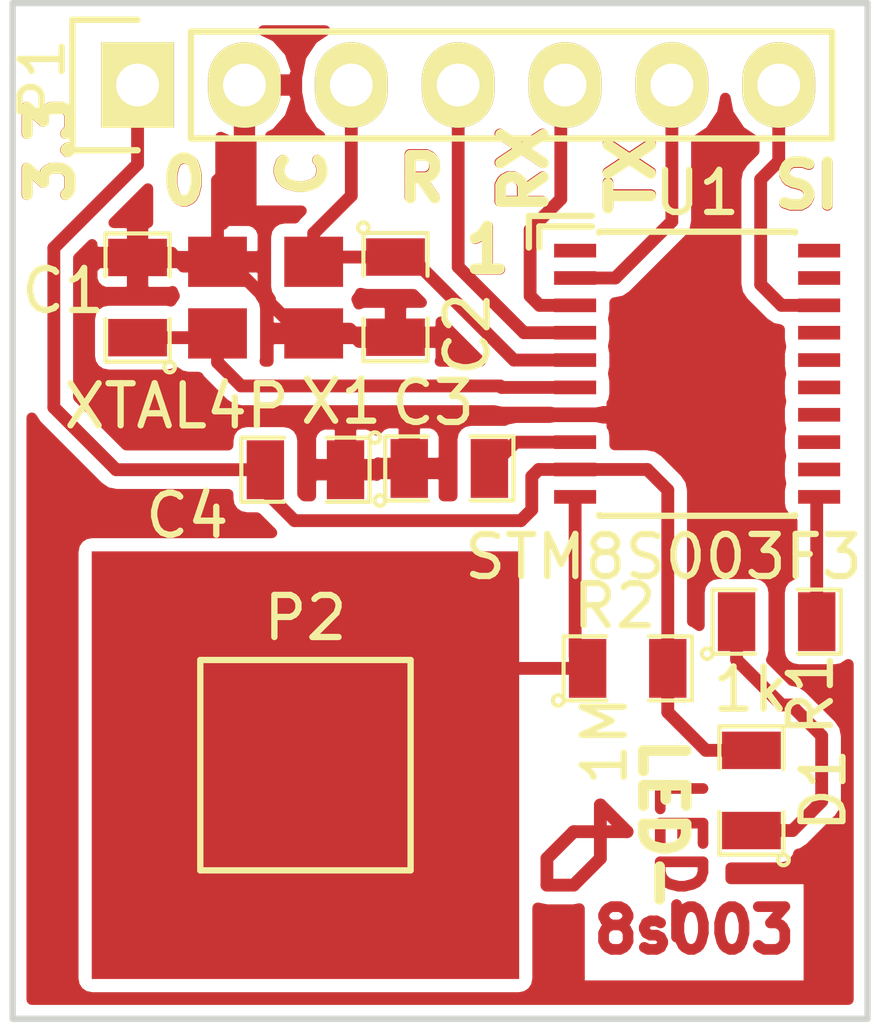
<source format=kicad_pcb>
(kicad_pcb (version 4) (host pcbnew 4.0.7-e0-6372~58~ubuntu16.04.1)

  (general
    (links 25)
    (no_connects 0)
    (area 29.5902 10.031866 51.289086 37.500001)
    (thickness 1.6)
    (drawings 23)
    (tracks 98)
    (zones 0)
    (modules 11)
    (nets 13)
  )

  (page User 140.005 119.99)
  (layers
    (0 F.Cu signal)
    (31 B.Cu signal)
    (32 B.Adhes user)
    (33 F.Adhes user)
    (34 B.Paste user)
    (35 F.Paste user)
    (36 B.SilkS user)
    (37 F.SilkS user)
    (38 B.Mask user)
    (39 F.Mask user)
    (40 Dwgs.User user)
    (41 Cmts.User user)
    (42 Eco1.User user)
    (43 Eco2.User user)
    (44 Edge.Cuts user)
    (45 Margin user)
    (46 B.CrtYd user)
    (47 F.CrtYd user)
    (48 B.Fab user)
    (49 F.Fab user)
  )

  (setup
    (last_trace_width 0.3048)
    (trace_clearance 0.3048)
    (zone_clearance 0.254)
    (zone_45_only no)
    (trace_min 0.2)
    (segment_width 0.2)
    (edge_width 0.15)
    (via_size 0.6)
    (via_drill 0.4)
    (via_min_size 0.4)
    (via_min_drill 0.3)
    (uvia_size 0.3)
    (uvia_drill 0.1)
    (uvias_allowed no)
    (uvia_min_size 0)
    (uvia_min_drill 0)
    (pcb_text_width 0.3)
    (pcb_text_size 1.016 1.016)
    (mod_edge_width 0.15)
    (mod_text_size 1 1)
    (mod_text_width 0.15)
    (pad_size 10.16 10.16)
    (pad_drill 0)
    (pad_to_mask_clearance 0.2)
    (aux_axis_origin 0 0)
    (visible_elements FFFFFF7F)
    (pcbplotparams
      (layerselection 0x010a8_00000001)
      (usegerberextensions true)
      (excludeedgelayer false)
      (linewidth 0.100000)
      (plotframeref false)
      (viasonmask false)
      (mode 1)
      (useauxorigin false)
      (hpglpennumber 1)
      (hpglpenspeed 20)
      (hpglpendiameter 15)
      (hpglpenoverlay 2)
      (psnegative false)
      (psa4output false)
      (plotreference true)
      (plotvalue true)
      (plotinvisibletext false)
      (padsonsilk false)
      (subtractmaskfromsilk false)
      (outputformat 1)
      (mirror false)
      (drillshape 0)
      (scaleselection 1)
      (outputdirectory stm8s003-rev-))
  )

  (net 0 "")
  (net 1 "Net-(C1-Pad1)")
  (net 2 GND)
  (net 3 "Net-(C2-Pad1)")
  (net 4 "Net-(C3-Pad2)")
  (net 5 +3V3)
  (net 6 "Net-(D1-Pad1)")
  (net 7 "Net-(P1-Pad4)")
  (net 8 "Net-(P1-Pad5)")
  (net 9 "Net-(P1-Pad6)")
  (net 10 "Net-(R1-Pad2)")
  (net 11 "Net-(P2-Pad1)")
  (net 12 "Net-(P1-Pad7)")

  (net_class Default "This is the default net class."
    (clearance 0.3048)
    (trace_width 0.3048)
    (via_dia 0.6)
    (via_drill 0.4)
    (uvia_dia 0.3)
    (uvia_drill 0.1)
    (add_net +3V3)
    (add_net GND)
    (add_net "Net-(C1-Pad1)")
    (add_net "Net-(C2-Pad1)")
    (add_net "Net-(C3-Pad2)")
    (add_net "Net-(D1-Pad1)")
    (add_net "Net-(P1-Pad4)")
    (add_net "Net-(P1-Pad5)")
    (add_net "Net-(P1-Pad6)")
    (add_net "Net-(P1-Pad7)")
    (add_net "Net-(P2-Pad1)")
    (add_net "Net-(R1-Pad2)")
  )

  (module SM0805 (layer F.Cu) (tedit 59B76C74) (tstamp 5988407B)
    (at 33.77 20.22 90)
    (path /5984D2D5)
    (attr smd)
    (fp_text reference C1 (at 0.16 -1.77 180) (layer F.SilkS)
      (effects (font (size 1 1) (thickness 0.15)))
    )
    (fp_text value C (at -0.55 1.72 180) (layer Eco2.User)
      (effects (font (size 1 1) (thickness 0.15)))
    )
    (fp_circle (center -1.651 0.762) (end -1.651 0.635) (layer F.SilkS) (width 0.09906))
    (fp_line (start -0.508 0.762) (end -1.524 0.762) (layer F.SilkS) (width 0.09906))
    (fp_line (start -1.524 0.762) (end -1.524 -0.762) (layer F.SilkS) (width 0.09906))
    (fp_line (start -1.524 -0.762) (end -0.508 -0.762) (layer F.SilkS) (width 0.09906))
    (fp_line (start 0.508 -0.762) (end 1.524 -0.762) (layer F.SilkS) (width 0.09906))
    (fp_line (start 1.524 -0.762) (end 1.524 0.762) (layer F.SilkS) (width 0.09906))
    (fp_line (start 1.524 0.762) (end 0.508 0.762) (layer F.SilkS) (width 0.09906))
    (pad 1 smd rect (at -0.9525 0 90) (size 0.889 1.397) (layers F.Cu F.Paste F.Mask)
      (net 1 "Net-(C1-Pad1)"))
    (pad 2 smd rect (at 0.9525 0 90) (size 0.889 1.397) (layers F.Cu F.Paste F.Mask)
      (net 2 GND))
    (model smd/chip_cms.wrl
      (at (xyz 0 0 0))
      (scale (xyz 0.1 0.1 0.1))
      (rotate (xyz 0 0 0))
    )
  )

  (module SM0805 (layer F.Cu) (tedit 59B76C77) (tstamp 59884088)
    (at 39.9 20.21 270)
    (path /5984D1F3)
    (attr smd)
    (fp_text reference C2 (at 0.88 -1.71 450) (layer F.SilkS)
      (effects (font (size 1 1) (thickness 0.15)))
    )
    (fp_text value C (at -0.55 1.72 360) (layer Eco2.User)
      (effects (font (size 1 1) (thickness 0.15)))
    )
    (fp_circle (center -1.651 0.762) (end -1.651 0.635) (layer F.SilkS) (width 0.09906))
    (fp_line (start -0.508 0.762) (end -1.524 0.762) (layer F.SilkS) (width 0.09906))
    (fp_line (start -1.524 0.762) (end -1.524 -0.762) (layer F.SilkS) (width 0.09906))
    (fp_line (start -1.524 -0.762) (end -0.508 -0.762) (layer F.SilkS) (width 0.09906))
    (fp_line (start 0.508 -0.762) (end 1.524 -0.762) (layer F.SilkS) (width 0.09906))
    (fp_line (start 1.524 -0.762) (end 1.524 0.762) (layer F.SilkS) (width 0.09906))
    (fp_line (start 1.524 0.762) (end 0.508 0.762) (layer F.SilkS) (width 0.09906))
    (pad 1 smd rect (at -0.9525 0 270) (size 0.889 1.397) (layers F.Cu F.Paste F.Mask)
      (net 3 "Net-(C2-Pad1)"))
    (pad 2 smd rect (at 0.9525 0 270) (size 0.889 1.397) (layers F.Cu F.Paste F.Mask)
      (net 2 GND))
    (model smd/chip_cms.wrl
      (at (xyz 0 0 0))
      (scale (xyz 0.1 0.1 0.1))
      (rotate (xyz 0 0 0))
    )
  )

  (module SM0805 (layer F.Cu) (tedit 59B76C7F) (tstamp 59884095)
    (at 41.18 24.28)
    (path /5984CEB5)
    (attr smd)
    (fp_text reference C3 (at -0.39 -1.56 180) (layer F.SilkS)
      (effects (font (size 1 1) (thickness 0.15)))
    )
    (fp_text value C (at -0.55 1.72 90) (layer Eco2.User)
      (effects (font (size 1 1) (thickness 0.15)))
    )
    (fp_circle (center -1.651 0.762) (end -1.651 0.635) (layer F.SilkS) (width 0.09906))
    (fp_line (start -0.508 0.762) (end -1.524 0.762) (layer F.SilkS) (width 0.09906))
    (fp_line (start -1.524 0.762) (end -1.524 -0.762) (layer F.SilkS) (width 0.09906))
    (fp_line (start -1.524 -0.762) (end -0.508 -0.762) (layer F.SilkS) (width 0.09906))
    (fp_line (start 0.508 -0.762) (end 1.524 -0.762) (layer F.SilkS) (width 0.09906))
    (fp_line (start 1.524 -0.762) (end 1.524 0.762) (layer F.SilkS) (width 0.09906))
    (fp_line (start 1.524 0.762) (end 0.508 0.762) (layer F.SilkS) (width 0.09906))
    (pad 1 smd rect (at -0.9525 0) (size 0.889 1.397) (layers F.Cu F.Paste F.Mask)
      (net 2 GND))
    (pad 2 smd rect (at 0.9525 0) (size 0.889 1.397) (layers F.Cu F.Paste F.Mask)
      (net 4 "Net-(C3-Pad2)"))
    (model smd/chip_cms.wrl
      (at (xyz 0 0 0))
      (scale (xyz 0.1 0.1 0.1))
      (rotate (xyz 0 0 0))
    )
  )

  (module SM0805 (layer F.Cu) (tedit 59B76C7B) (tstamp 598840A2)
    (at 37.76 24.31 180)
    (path /5984CF46)
    (attr smd)
    (fp_text reference C4 (at 2.81 -1.09 360) (layer F.SilkS)
      (effects (font (size 1 1) (thickness 0.15)))
    )
    (fp_text value C (at -0.55 1.72 270) (layer Eco2.User)
      (effects (font (size 1 1) (thickness 0.15)))
    )
    (fp_circle (center -1.651 0.762) (end -1.651 0.635) (layer F.SilkS) (width 0.09906))
    (fp_line (start -0.508 0.762) (end -1.524 0.762) (layer F.SilkS) (width 0.09906))
    (fp_line (start -1.524 0.762) (end -1.524 -0.762) (layer F.SilkS) (width 0.09906))
    (fp_line (start -1.524 -0.762) (end -0.508 -0.762) (layer F.SilkS) (width 0.09906))
    (fp_line (start 0.508 -0.762) (end 1.524 -0.762) (layer F.SilkS) (width 0.09906))
    (fp_line (start 1.524 -0.762) (end 1.524 0.762) (layer F.SilkS) (width 0.09906))
    (fp_line (start 1.524 0.762) (end 0.508 0.762) (layer F.SilkS) (width 0.09906))
    (pad 1 smd rect (at -0.9525 0 180) (size 0.889 1.397) (layers F.Cu F.Paste F.Mask)
      (net 2 GND))
    (pad 2 smd rect (at 0.9525 0 180) (size 0.889 1.397) (layers F.Cu F.Paste F.Mask)
      (net 5 +3V3))
    (model smd/chip_cms.wrl
      (at (xyz 0 0 0))
      (scale (xyz 0.1 0.1 0.1))
      (rotate (xyz 0 0 0))
    )
  )

  (module SM0805 (layer F.Cu) (tedit 59B76CD2) (tstamp 598840AF)
    (at 48.36 31.93 90)
    (path /5984DA01)
    (attr smd)
    (fp_text reference D1 (at 0.01 1.71 270) (layer F.SilkS)
      (effects (font (size 1 1) (thickness 0.15)))
    )
    (fp_text value LED (at -1.15 -1.75 90) (layer F.SilkS) hide
      (effects (font (size 1 1) (thickness 0.15)))
    )
    (fp_circle (center -1.651 0.762) (end -1.651 0.635) (layer F.SilkS) (width 0.09906))
    (fp_line (start -0.508 0.762) (end -1.524 0.762) (layer F.SilkS) (width 0.09906))
    (fp_line (start -1.524 0.762) (end -1.524 -0.762) (layer F.SilkS) (width 0.09906))
    (fp_line (start -1.524 -0.762) (end -0.508 -0.762) (layer F.SilkS) (width 0.09906))
    (fp_line (start 0.508 -0.762) (end 1.524 -0.762) (layer F.SilkS) (width 0.09906))
    (fp_line (start 1.524 -0.762) (end 1.524 0.762) (layer F.SilkS) (width 0.09906))
    (fp_line (start 1.524 0.762) (end 0.508 0.762) (layer F.SilkS) (width 0.09906))
    (pad 1 smd rect (at -0.9525 0 90) (size 0.889 1.397) (layers F.Cu F.Paste F.Mask)
      (net 6 "Net-(D1-Pad1)"))
    (pad 2 smd rect (at 0.9525 0 90) (size 0.889 1.397) (layers F.Cu F.Paste F.Mask)
      (net 5 +3V3))
    (model smd/chip_cms.wrl
      (at (xyz 0 0 0))
      (scale (xyz 0.1 0.1 0.1))
      (rotate (xyz 0 0 0))
    )
  )

  (module SM0805 (layer F.Cu) (tedit 59B76CDA) (tstamp 598840D1)
    (at 48.96 27.92)
    (path /5984D6FC)
    (attr smd)
    (fp_text reference R1 (at 0.81 1.72 90) (layer F.SilkS)
      (effects (font (size 1 1) (thickness 0.15)))
    )
    (fp_text value 1k (at -0.62 1.61 180) (layer F.SilkS)
      (effects (font (size 1 1) (thickness 0.15)))
    )
    (fp_circle (center -1.651 0.762) (end -1.651 0.635) (layer F.SilkS) (width 0.09906))
    (fp_line (start -0.508 0.762) (end -1.524 0.762) (layer F.SilkS) (width 0.09906))
    (fp_line (start -1.524 0.762) (end -1.524 -0.762) (layer F.SilkS) (width 0.09906))
    (fp_line (start -1.524 -0.762) (end -0.508 -0.762) (layer F.SilkS) (width 0.09906))
    (fp_line (start 0.508 -0.762) (end 1.524 -0.762) (layer F.SilkS) (width 0.09906))
    (fp_line (start 1.524 -0.762) (end 1.524 0.762) (layer F.SilkS) (width 0.09906))
    (fp_line (start 1.524 0.762) (end 0.508 0.762) (layer F.SilkS) (width 0.09906))
    (pad 1 smd rect (at -0.9525 0) (size 0.889 1.397) (layers F.Cu F.Paste F.Mask)
      (net 6 "Net-(D1-Pad1)"))
    (pad 2 smd rect (at 0.9525 0) (size 0.889 1.397) (layers F.Cu F.Paste F.Mask)
      (net 10 "Net-(R1-Pad2)"))
    (model smd/chip_cms.wrl
      (at (xyz 0 0 0))
      (scale (xyz 0.1 0.1 0.1))
      (rotate (xyz 0 0 0))
    )
  )

  (module SM0805 (layer F.Cu) (tedit 59B76CD7) (tstamp 598840DE)
    (at 45.42 29.03)
    (path /5984D799)
    (attr smd)
    (fp_text reference R2 (at -0.31 -1.48 180) (layer F.SilkS)
      (effects (font (size 1 1) (thickness 0.15)))
    )
    (fp_text value 1M (at -0.55 1.72 90) (layer F.SilkS)
      (effects (font (size 1 1) (thickness 0.15)))
    )
    (fp_circle (center -1.651 0.762) (end -1.651 0.635) (layer F.SilkS) (width 0.09906))
    (fp_line (start -0.508 0.762) (end -1.524 0.762) (layer F.SilkS) (width 0.09906))
    (fp_line (start -1.524 0.762) (end -1.524 -0.762) (layer F.SilkS) (width 0.09906))
    (fp_line (start -1.524 -0.762) (end -0.508 -0.762) (layer F.SilkS) (width 0.09906))
    (fp_line (start 0.508 -0.762) (end 1.524 -0.762) (layer F.SilkS) (width 0.09906))
    (fp_line (start 1.524 -0.762) (end 1.524 0.762) (layer F.SilkS) (width 0.09906))
    (fp_line (start 1.524 0.762) (end 0.508 0.762) (layer F.SilkS) (width 0.09906))
    (pad 1 smd rect (at -0.9525 0) (size 0.889 1.397) (layers F.Cu F.Paste F.Mask)
      (net 11 "Net-(P2-Pad1)"))
    (pad 2 smd rect (at 0.9525 0) (size 0.889 1.397) (layers F.Cu F.Paste F.Mask)
      (net 5 +3V3))
    (model smd/chip_cms.wrl
      (at (xyz 0 0 0))
      (scale (xyz 0.1 0.1 0.1))
      (rotate (xyz 0 0 0))
    )
  )

  (module XTAL4P (layer F.Cu) (tedit 59B76CF0) (tstamp 59884109)
    (at 35.67 19.37)
    (path /5984D1BF)
    (fp_text reference X1 (at 2.94 3.32) (layer F.SilkS)
      (effects (font (size 1 1) (thickness 0.15)))
    )
    (fp_text value XTAL4P (at -0.97 3.43) (layer F.SilkS)
      (effects (font (size 1 1) (thickness 0.15)))
    )
    (pad 4 smd rect (at 0 0) (size 1.397 1.1938) (layers F.Cu F.Paste F.Mask)
      (net 2 GND))
    (pad 1 smd rect (at 0 1.7018) (size 1.397 1.1938) (layers F.Cu F.Paste F.Mask)
      (net 1 "Net-(C1-Pad1)"))
    (pad 3 smd rect (at 2.286 1.7018) (size 1.397 1.1938) (layers F.Cu F.Paste F.Mask)
      (net 2 GND))
    (pad 2 smd rect (at 2.286 0) (size 1.397 1.1938) (layers F.Cu F.Paste F.Mask)
      (net 3 "Net-(C2-Pad1)"))
  )

  (module 1Pin (layer F.Cu) (tedit 59B76CA0) (tstamp 5989F96A)
    (at 37.76 31.33)
    (descr "module 1 pin (ou trou mecanique de percage)")
    (tags DEV)
    (path /5984DACB)
    (fp_text reference P2 (at 0 -3.50012) (layer F.SilkS)
      (effects (font (size 1 1) (thickness 0.15)))
    )
    (fp_text value CONN_01X01 (at 0.24892 3.74904) (layer F.Fab)
      (effects (font (size 1 1) (thickness 0.15)))
    )
    (fp_line (start -2.49936 -2.49936) (end 2.49936 -2.49936) (layer F.SilkS) (width 0.15))
    (fp_line (start 2.49936 -2.49936) (end 2.49936 2.49936) (layer F.SilkS) (width 0.15))
    (fp_line (start 2.49936 2.49936) (end -2.49936 2.49936) (layer F.SilkS) (width 0.15))
    (fp_line (start -2.49936 2.49936) (end -2.49936 -2.49936) (layer F.SilkS) (width 0.15))
    (pad 1 smd rect (at 0 0) (size 10.16 10.16) (layers F.Cu)
      (net 11 "Net-(P2-Pad1)"))
  )

  (module Pin_Header_Straight_1x07 (layer F.Cu) (tedit 59B76C24) (tstamp 5989F9F4)
    (at 33.77 15.17 90)
    (descr "Through hole pin header")
    (tags "pin header")
    (path /5984DE8E)
    (fp_text reference P1 (at 0.12 -2.26 90) (layer F.SilkS)
      (effects (font (size 1 1) (thickness 0.15)))
    )
    (fp_text value CONN_01X07 (at 0 -3.1 90) (layer F.Fab) hide
      (effects (font (size 1 1) (thickness 0.15)))
    )
    (fp_line (start -1.75 -1.75) (end -1.75 17) (layer F.CrtYd) (width 0.05))
    (fp_line (start 1.75 -1.75) (end 1.75 17) (layer F.CrtYd) (width 0.05))
    (fp_line (start -1.75 -1.75) (end 1.75 -1.75) (layer F.CrtYd) (width 0.05))
    (fp_line (start -1.75 17) (end 1.75 17) (layer F.CrtYd) (width 0.05))
    (fp_line (start 1.27 1.27) (end 1.27 16.51) (layer F.SilkS) (width 0.15))
    (fp_line (start 1.27 16.51) (end -1.27 16.51) (layer F.SilkS) (width 0.15))
    (fp_line (start -1.27 16.51) (end -1.27 1.27) (layer F.SilkS) (width 0.15))
    (fp_line (start 1.55 -1.55) (end 1.55 0) (layer F.SilkS) (width 0.15))
    (fp_line (start 1.27 1.27) (end -1.27 1.27) (layer F.SilkS) (width 0.15))
    (fp_line (start -1.55 0) (end -1.55 -1.55) (layer F.SilkS) (width 0.15))
    (fp_line (start -1.55 -1.55) (end 1.55 -1.55) (layer F.SilkS) (width 0.15))
    (pad 1 thru_hole rect (at 0 0 90) (size 2.032 1.7272) (drill 1.016) (layers *.Cu *.Mask F.SilkS)
      (net 5 +3V3))
    (pad 2 thru_hole oval (at 0 2.54 90) (size 2.032 1.7272) (drill 1.016) (layers *.Cu *.Mask F.SilkS)
      (net 2 GND))
    (pad 3 thru_hole oval (at 0 5.08 90) (size 2.032 1.7272) (drill 1.016) (layers *.Cu *.Mask F.SilkS)
      (net 3 "Net-(C2-Pad1)"))
    (pad 4 thru_hole oval (at 0 7.62 90) (size 2.032 1.7272) (drill 1.016) (layers *.Cu *.Mask F.SilkS)
      (net 7 "Net-(P1-Pad4)"))
    (pad 5 thru_hole oval (at 0 10.16 90) (size 2.032 1.7272) (drill 1.016) (layers *.Cu *.Mask F.SilkS)
      (net 8 "Net-(P1-Pad5)"))
    (pad 6 thru_hole oval (at 0 12.7 90) (size 2.032 1.7272) (drill 1.016) (layers *.Cu *.Mask F.SilkS)
      (net 9 "Net-(P1-Pad6)"))
    (pad 7 thru_hole oval (at 0 15.24 90) (size 2.032 1.7272) (drill 1.016) (layers *.Cu *.Mask F.SilkS)
      (net 12 "Net-(P1-Pad7)"))
    (model Pin_Headers.3dshapes/Pin_Header_Straight_1x07.wrl
      (at (xyz 0 -0.3 0))
      (scale (xyz 1 1 1))
      (rotate (xyz 0 0 90))
    )
  )

  (module SSOP-20_6.5mm_HOMEPRINT (layer F.Cu) (tedit 59B76CC2) (tstamp 5989FDAF)
    (at 47.07 22.03)
    (tags "SSOP 0.65_HOMEPRINT")
    (path /5984CE8C)
    (attr smd)
    (fp_text reference U1 (at 0 -4.3) (layer F.SilkS)
      (effects (font (size 1 1) (thickness 0.15)))
    )
    (fp_text value STM8S003F3 (at -0.8 4.35) (layer F.SilkS)
      (effects (font (size 1 1) (thickness 0.15)))
    )
    (fp_line (start -2.5 -3.75) (end -4 -3.75) (layer F.SilkS) (width 0.15))
    (fp_line (start -4 -3.75) (end -4 -3) (layer F.SilkS) (width 0.15))
    (fp_line (start -3.75 -3) (end -3.75 -3.5) (layer F.SilkS) (width 0.15))
    (fp_line (start -3.75 -3.5) (end -2.5 -3.5) (layer F.SilkS) (width 0.15))
    (fp_line (start -3.65 -3.55) (end -3.65 3.55) (layer F.CrtYd) (width 0.05))
    (fp_line (start 3.65 -3.55) (end 3.65 3.55) (layer F.CrtYd) (width 0.05))
    (fp_line (start -3.65 -3.55) (end 3.65 -3.55) (layer F.CrtYd) (width 0.05))
    (fp_line (start -3.65 3.55) (end 3.65 3.55) (layer F.CrtYd) (width 0.05))
    (fp_line (start -2.325 -3.375) (end -2.325 -3.35) (layer F.SilkS) (width 0.15))
    (fp_line (start 2.325 -3.375) (end 2.325 -3.35) (layer F.SilkS) (width 0.15))
    (fp_line (start 2.325 3.375) (end 2.325 3.35) (layer F.SilkS) (width 0.15))
    (fp_line (start -2.325 3.375) (end -2.325 3.35) (layer F.SilkS) (width 0.15))
    (fp_line (start -2.325 -3.375) (end 2.325 -3.375) (layer F.SilkS) (width 0.15))
    (fp_line (start -2.325 3.375) (end 2.325 3.375) (layer F.SilkS) (width 0.15))
    (pad 1 smd rect (at -2.9 -2.925) (size 1 0.325) (layers F.Cu F.Paste F.Mask))
    (pad 2 smd rect (at -2.9 -2.275) (size 1 0.325) (layers F.Cu F.Paste F.Mask)
      (net 9 "Net-(P1-Pad6)"))
    (pad 3 smd rect (at -2.9 -1.625) (size 1 0.325) (layers F.Cu F.Paste F.Mask)
      (net 8 "Net-(P1-Pad5)"))
    (pad 4 smd rect (at -2.9 -0.975) (size 1 0.325) (layers F.Cu F.Paste F.Mask)
      (net 7 "Net-(P1-Pad4)"))
    (pad 5 smd rect (at -2.9 -0.325) (size 1 0.325) (layers F.Cu F.Paste F.Mask)
      (net 3 "Net-(C2-Pad1)"))
    (pad 6 smd rect (at -2.9 0.325) (size 1 0.325) (layers F.Cu F.Paste F.Mask)
      (net 1 "Net-(C1-Pad1)"))
    (pad 7 smd rect (at -2.9 0.975) (size 1 0.325) (layers F.Cu F.Paste F.Mask)
      (net 2 GND))
    (pad 8 smd rect (at -2.9 1.625) (size 1 0.325) (layers F.Cu F.Paste F.Mask)
      (net 4 "Net-(C3-Pad2)"))
    (pad 9 smd rect (at -2.9 2.275) (size 1 0.325) (layers F.Cu F.Paste F.Mask)
      (net 5 +3V3))
    (pad 10 smd rect (at -2.9 2.925) (size 1 0.325) (layers F.Cu F.Paste F.Mask)
      (net 11 "Net-(P2-Pad1)"))
    (pad 11 smd rect (at 2.9 2.925) (size 1 0.325) (layers F.Cu F.Paste F.Mask)
      (net 10 "Net-(R1-Pad2)"))
    (pad 12 smd rect (at 2.9 2.275) (size 1 0.325) (layers F.Cu F.Paste F.Mask))
    (pad 13 smd rect (at 2.9 1.625) (size 1 0.325) (layers F.Cu F.Paste F.Mask))
    (pad 14 smd rect (at 2.9 0.975) (size 1 0.325) (layers F.Cu F.Paste F.Mask))
    (pad 15 smd rect (at 2.9 0.325) (size 1 0.325) (layers F.Cu F.Paste F.Mask))
    (pad 16 smd rect (at 2.9 -0.325) (size 1 0.325) (layers F.Cu F.Paste F.Mask))
    (pad 17 smd rect (at 2.9 -0.975) (size 1 0.325) (layers F.Cu F.Paste F.Mask))
    (pad 18 smd rect (at 2.9 -1.625) (size 1 0.325) (layers F.Cu F.Paste F.Mask)
      (net 12 "Net-(P1-Pad7)"))
    (pad 19 smd rect (at 2.9 -2.275) (size 1 0.325) (layers F.Cu F.Paste F.Mask))
    (pad 20 smd rect (at 2.9 -2.925) (size 1 0.325) (layers F.Cu F.Paste F.Mask))
    (model Housings_SSOP.3dshapes/SSOP-20_4.4x6.5mm_Pitch0.65mm.wrl
      (at (xyz 0 0 0))
      (scale (xyz 1 1 1))
      (rotate (xyz 0 0 0))
    )
  )

  (gr_text "LED-\n" (at 46.65 33.65 270) (layer F.Cu)
    (effects (font (size 1.016 1.016) (thickness 0.254)))
  )
  (gr_text 1 (at 42.08 19.08) (layer F.SilkS)
    (effects (font (size 1.016 1.016) (thickness 0.254)))
  )
  (gr_text SI (at 49.68 17.55) (layer F.SilkS)
    (effects (font (size 1.016 1.016) (thickness 0.254)))
  )
  (gr_text TX (at 45.51 17.29 90) (layer F.Cu)
    (effects (font (size 1.016 1.016) (thickness 0.254)))
  )
  (gr_text RX (at 42.94 17.18 90) (layer F.Cu)
    (effects (font (size 1.016 1.016) (thickness 0.254)))
  )
  (gr_text R (at 40.51 17.38) (layer F.Cu)
    (effects (font (size 1.016 1.016) (thickness 0.254)))
  )
  (gr_text C (at 37.69 17.27 90) (layer F.Cu)
    (effects (font (size 1.016 1.016) (thickness 0.254)))
  )
  (gr_text 0 (at 34.87 17.46) (layer F.SilkS)
    (effects (font (size 1.016 1.016) (thickness 0.254)))
  )
  (gr_text 3.3 (at 31.71 16.71 90) (layer F.SilkS)
    (effects (font (size 1.016 1.016) (thickness 0.254)))
  )
  (gr_line (start 51.12 37.355) (end 51.12 13.225) (angle 90) (layer Edge.Cuts) (width 0.15))
  (gr_line (start 30.8 37.355) (end 51.12 37.355) (angle 90) (layer Edge.Cuts) (width 0.15))
  (gr_line (start 30.8 13.225) (end 30.8 37.355) (angle 90) (layer Edge.Cuts) (width 0.15))
  (gr_line (start 51.12 13.225) (end 30.8 13.225) (angle 90) (layer Edge.Cuts) (width 0.15))
  (gr_text SI (at 49.68 17.57) (layer F.Cu)
    (effects (font (size 1.016 1.016) (thickness 0.254)))
  )
  (gr_text R (at 40.52 17.4) (layer F.SilkS)
    (effects (font (size 1.016 1.016) (thickness 0.254)))
  )
  (gr_text TX (at 45.51 17.32 90) (layer F.SilkS)
    (effects (font (size 1.016 1.016) (thickness 0.254)))
  )
  (gr_text RX (at 42.96 17.19 90) (layer F.SilkS)
    (effects (font (size 1.016 1.016) (thickness 0.254)))
  )
  (gr_text C (at 37.7 17.27 90) (layer F.SilkS)
    (effects (font (size 1.016 1.016) (thickness 0.254)))
  )
  (gr_text 0 (at 34.88 17.47) (layer F.Cu)
    (effects (font (size 1.016 1.016) (thickness 0.254)))
  )
  (gr_text 3.3 (at 31.7 16.71 90) (layer F.Cu)
    (effects (font (size 1.016 1.016) (thickness 0.254)))
  )
  (gr_text 8s003 (at 47 35.25) (layer F.Cu)
    (effects (font (size 1.016 1.016) (thickness 0.254)))
  )
  (gr_text "LED-\n" (at 46.25 32.75 270) (layer F.SilkS)
    (effects (font (size 1.016 1.016) (thickness 0.254)))
  )
  (gr_text 1 (at 42.09 19.09) (layer F.Cu)
    (effects (font (size 1.016 1.016) (thickness 0.254)))
  )

  (segment (start 43.5 34.18) (end 43.5 33.545) (width 0.3048) (layer F.Cu) (net 0))
  (segment (start 44.135 34.18) (end 43.5 34.18) (width 0.3048) (layer F.Cu) (net 0) (tstamp 5989FEF0))
  (segment (start 44.77 33.545) (end 44.135 34.18) (width 0.3048) (layer F.Cu) (net 0) (tstamp 5989FEEF))
  (segment (start 44.77 32.91) (end 44.77 33.545) (width 0.3048) (layer F.Cu) (net 0) (tstamp 5989FEEE))
  (segment (start 44.135 32.91) (end 44.77 32.91) (width 0.3048) (layer F.Cu) (net 0) (tstamp 5989FEEA))
  (segment (start 43.5 33.545) (end 44.135 32.91) (width 0.3048) (layer F.Cu) (net 0) (tstamp 5989FEE9))
  (segment (start 44.77 32.91) (end 44.77 32.275) (width 0.3048) (layer F.Cu) (net 0) (tstamp 5989FEEB))
  (segment (start 44.77 32.275) (end 45.405 32.91) (width 0.3048) (layer F.Cu) (net 0) (tstamp 5989FEEC))
  (segment (start 45.405 32.91) (end 44.77 32.91) (width 0.3048) (layer F.Cu) (net 0) (tstamp 5989FEED))
  (segment (start 35.67 21.0718) (end 35.67 21.76) (width 0.3048) (layer F.Cu) (net 1))
  (segment (start 42.419602 22.355) (end 44.17 22.355) (width 0.3048) (layer F.Cu) (net 1) (tstamp 5989FE7E))
  (segment (start 42.384602 22.32) (end 42.419602 22.355) (width 0.3048) (layer F.Cu) (net 1) (tstamp 5989FE7D))
  (segment (start 36.23 22.32) (end 42.384602 22.32) (width 0.3048) (layer F.Cu) (net 1) (tstamp 5989FE7C))
  (segment (start 35.67 21.76) (end 36.23 22.32) (width 0.3048) (layer F.Cu) (net 1) (tstamp 5989FE7B))
  (segment (start 33.77 21.1725) (end 35.5693 21.1725) (width 0.3048) (layer F.Cu) (net 1))
  (segment (start 35.5693 21.1725) (end 35.67 21.0718) (width 0.3048) (layer F.Cu) (net 1) (tstamp 5989FE78))
  (segment (start 33.77 19.2675) (end 32.9225 19.2675) (width 0.3048) (layer F.Cu) (net 2))
  (segment (start 33.255 23.005) (end 32.93 22.68) (width 0.3048) (layer F.Cu) (net 2) (tstamp 5989FE9B))
  (segment (start 33.255 23.005) (end 39.14 23.005) (width 0.3048) (layer F.Cu) (net 2))
  (segment (start 32.46 22.21) (end 32.93 22.68) (width 0.3048) (layer F.Cu) (net 2) (tstamp 5989FEA5))
  (segment (start 32.46 19.73) (end 32.46 22.21) (width 0.3048) (layer F.Cu) (net 2) (tstamp 5989FEA4))
  (segment (start 32.9225 19.2675) (end 32.46 19.73) (width 0.3048) (layer F.Cu) (net 2) (tstamp 5989FEA3))
  (segment (start 35.67 19.37) (end 35.67 17.44) (width 0.3048) (layer F.Cu) (net 2))
  (segment (start 36.31 16.8) (end 36.31 15.17) (width 0.3048) (layer F.Cu) (net 2) (tstamp 5989FE8E))
  (segment (start 35.67 17.44) (end 36.31 16.8) (width 0.3048) (layer F.Cu) (net 2) (tstamp 5989FE8D))
  (segment (start 33.77 19.2675) (end 35.5675 19.2675) (width 0.3048) (layer F.Cu) (net 2))
  (segment (start 35.5675 19.2675) (end 35.67 19.37) (width 0.3048) (layer F.Cu) (net 2) (tstamp 5989FE8A))
  (segment (start 35.67 19.37) (end 35.94 19.37) (width 0.3048) (layer F.Cu) (net 2))
  (segment (start 35.94 19.37) (end 37.6418 21.0718) (width 0.3048) (layer F.Cu) (net 2) (tstamp 5989FE84))
  (segment (start 37.6418 21.0718) (end 37.956 21.0718) (width 0.3048) (layer F.Cu) (net 2) (tstamp 5989FE85))
  (segment (start 37.956 21.0718) (end 39.8093 21.0718) (width 0.3048) (layer F.Cu) (net 2))
  (segment (start 39.8093 21.0718) (end 39.9 21.1625) (width 0.3048) (layer F.Cu) (net 2) (tstamp 5989FE81))
  (segment (start 40.2725 23.005) (end 39.14 23.005) (width 0.3048) (layer F.Cu) (net 2))
  (segment (start 40.415 23.005) (end 40.2725 23.005) (width 0.3048) (layer F.Cu) (net 2))
  (segment (start 39.14 23.005) (end 38.985 23.005) (width 0.3048) (layer F.Cu) (net 2) (tstamp 5989FE99))
  (segment (start 38.985 23.005) (end 38.7125 23.2775) (width 0.3048) (layer F.Cu) (net 2) (tstamp 5989FE2C))
  (segment (start 38.7125 23.2775) (end 38.7125 24.31) (width 0.3048) (layer F.Cu) (net 2) (tstamp 5989FE2D))
  (segment (start 44.17 23.005) (end 40.415 23.005) (width 0.3048) (layer F.Cu) (net 2))
  (segment (start 40.2275 23.1925) (end 40.2275 24.28) (width 0.3048) (layer F.Cu) (net 2) (tstamp 5989FE26))
  (segment (start 40.415 23.005) (end 40.2275 23.1925) (width 0.3048) (layer F.Cu) (net 2) (tstamp 5989FE25))
  (segment (start 37.956 19.37) (end 37.956 18.694) (width 0.3048) (layer F.Cu) (net 3))
  (segment (start 38.85 17.8) (end 38.85 15.17) (width 0.3048) (layer F.Cu) (net 3) (tstamp 5989FEBB))
  (segment (start 37.956 18.694) (end 38.85 17.8) (width 0.3048) (layer F.Cu) (net 3) (tstamp 5989FEBA))
  (segment (start 39.9 19.2575) (end 38.0685 19.2575) (width 0.3048) (layer F.Cu) (net 3))
  (segment (start 38.0685 19.2575) (end 37.956 19.37) (width 0.3048) (layer F.Cu) (net 3) (tstamp 5989FEB7))
  (segment (start 44.17 21.705) (end 42.715 21.705) (width 0.3048) (layer F.Cu) (net 3))
  (segment (start 42.715 21.705) (end 40.2675 19.2575) (width 0.3048) (layer F.Cu) (net 3) (tstamp 5989FEB3))
  (segment (start 40.2675 19.2575) (end 39.9 19.2575) (width 0.3048) (layer F.Cu) (net 3) (tstamp 5989FEB4))
  (segment (start 44.17 23.655) (end 42.7575 23.655) (width 0.3048) (layer F.Cu) (net 4))
  (segment (start 42.7575 23.655) (end 42.1325 24.28) (width 0.3048) (layer F.Cu) (net 4) (tstamp 5989FDE4))
  (segment (start 33.77 15.17) (end 33.77 17.05) (width 0.3048) (layer F.Cu) (net 5))
  (segment (start 33.26 24.31) (end 36.8075 24.31) (width 0.3048) (layer F.Cu) (net 5) (tstamp 5989FEAD))
  (segment (start 31.78 22.83) (end 33.26 24.31) (width 0.3048) (layer F.Cu) (net 5) (tstamp 5989FEAB))
  (segment (start 31.78 19.04) (end 31.78 22.83) (width 0.3048) (layer F.Cu) (net 5) (tstamp 5989FEA9))
  (segment (start 33.77 17.05) (end 31.78 19.04) (width 0.3048) (layer F.Cu) (net 5) (tstamp 5989FEA8))
  (segment (start 44.17 24.305) (end 45.885 24.305) (width 0.3048) (layer F.Cu) (net 5))
  (segment (start 46.3725 24.7925) (end 46.3725 29.03) (width 0.3048) (layer F.Cu) (net 5) (tstamp 5989FE22))
  (segment (start 45.885 24.305) (end 46.3725 24.7925) (width 0.3048) (layer F.Cu) (net 5) (tstamp 5989FE21))
  (segment (start 46.3725 29.03) (end 46.3725 30.0725) (width 0.3048) (layer F.Cu) (net 5))
  (segment (start 46.3725 30.0725) (end 47.2775 30.9775) (width 0.3048) (layer F.Cu) (net 5) (tstamp 5989FE04))
  (segment (start 47.2775 30.9775) (end 48.36 30.9775) (width 0.3048) (layer F.Cu) (net 5) (tstamp 5989FE05))
  (segment (start 36.8075 24.31) (end 36.8075 24.8275) (width 0.3048) (layer F.Cu) (net 5))
  (segment (start 36.8075 24.8275) (end 37.5 25.52) (width 0.3048) (layer F.Cu) (net 5) (tstamp 5989FDEC))
  (segment (start 37.5 25.52) (end 42.88 25.52) (width 0.3048) (layer F.Cu) (net 5) (tstamp 5989FDED))
  (segment (start 42.88 25.52) (end 43.14 25.26) (width 0.3048) (layer F.Cu) (net 5) (tstamp 5989FDEE))
  (segment (start 43.14 25.26) (end 43.14 24.47) (width 0.3048) (layer F.Cu) (net 5) (tstamp 5989FDEF))
  (segment (start 43.14 24.47) (end 43.305 24.305) (width 0.3048) (layer F.Cu) (net 5) (tstamp 5989FDF0))
  (segment (start 43.305 24.305) (end 44.17 24.305) (width 0.3048) (layer F.Cu) (net 5) (tstamp 5989FDF1))
  (segment (start 48.0075 27.92) (end 48.0075 28.8275) (width 0.3048) (layer F.Cu) (net 6))
  (segment (start 49.3375 32.8825) (end 48.36 32.8825) (width 0.3048) (layer F.Cu) (net 6) (tstamp 5989FE1B))
  (segment (start 50.03 32.19) (end 49.3375 32.8825) (width 0.3048) (layer F.Cu) (net 6) (tstamp 5989FE1A))
  (segment (start 50.03 30.63) (end 50.03 32.19) (width 0.3048) (layer F.Cu) (net 6) (tstamp 5989FE19))
  (segment (start 49.3 29.9) (end 50.03 30.63) (width 0.3048) (layer F.Cu) (net 6) (tstamp 5989FE18))
  (segment (start 49.08 29.9) (end 49.3 29.9) (width 0.3048) (layer F.Cu) (net 6) (tstamp 5989FE17))
  (segment (start 48.0075 28.8275) (end 49.08 29.9) (width 0.3048) (layer F.Cu) (net 6) (tstamp 5989FE16))
  (segment (start 41.39 15.17) (end 41.39 19.49) (width 0.3048) (layer F.Cu) (net 7))
  (segment (start 42.955 21.055) (end 44.17 21.055) (width 0.3048) (layer F.Cu) (net 7) (tstamp 5989FEBF))
  (segment (start 41.39 19.49) (end 42.955 21.055) (width 0.3048) (layer F.Cu) (net 7) (tstamp 5989FEBE))
  (segment (start 44.17 20.405) (end 43.325 20.405) (width 0.3048) (layer F.Cu) (net 8))
  (segment (start 43.83 17.88) (end 43.83 15.27) (width 0.3048) (layer F.Cu) (net 8) (tstamp 5989FEDF))
  (segment (start 43.1 18.61) (end 43.83 17.88) (width 0.3048) (layer F.Cu) (net 8) (tstamp 5989FEDE))
  (segment (start 43.1 20.18) (end 43.1 18.61) (width 0.3048) (layer F.Cu) (net 8) (tstamp 5989FEDD))
  (segment (start 43.325 20.405) (end 43.1 20.18) (width 0.3048) (layer F.Cu) (net 8) (tstamp 5989FEDC))
  (segment (start 43.83 15.27) (end 43.93 15.17) (width 0.3048) (layer F.Cu) (net 8) (tstamp 5989FEE0))
  (segment (start 44.17 19.755) (end 45.125 19.755) (width 0.3048) (layer F.Cu) (net 9))
  (segment (start 46.47 18.41) (end 46.47 15.17) (width 0.3048) (layer F.Cu) (net 9) (tstamp 5989FECA))
  (segment (start 45.125 19.755) (end 46.47 18.41) (width 0.3048) (layer F.Cu) (net 9) (tstamp 5989FEC9))
  (segment (start 49.9125 27.92) (end 49.9125 25.0125) (width 0.3048) (layer F.Cu) (net 10))
  (segment (start 49.9125 25.0125) (end 49.97 24.955) (width 0.3048) (layer F.Cu) (net 10) (tstamp 5989FE1E))
  (segment (start 44.4675 29.03) (end 40.06 29.03) (width 0.3048) (layer F.Cu) (net 11))
  (segment (start 40.06 29.03) (end 37.76 31.33) (width 0.3048) (layer F.Cu) (net 11) (tstamp 5989FE00))
  (segment (start 44.17 24.955) (end 44.17 28.7325) (width 0.3048) (layer F.Cu) (net 11))
  (segment (start 44.17 28.7325) (end 44.4675 29.03) (width 0.3048) (layer F.Cu) (net 11) (tstamp 5989FDF4))
  (segment (start 49.01 15.17) (end 49.01 16.98) (width 0.3048) (layer F.Cu) (net 12))
  (segment (start 49.075 20.405) (end 49.97 20.405) (width 0.3048) (layer F.Cu) (net 12) (tstamp 5989FED1))
  (segment (start 48.58 19.91) (end 49.075 20.405) (width 0.3048) (layer F.Cu) (net 12) (tstamp 5989FED0))
  (segment (start 48.58 17.41) (end 48.58 19.91) (width 0.3048) (layer F.Cu) (net 12) (tstamp 5989FECF))
  (segment (start 49.01 16.98) (end 48.58 17.41) (width 0.3048) (layer F.Cu) (net 12) (tstamp 5989FECE))

  (zone (net 2) (net_name GND) (layer F.Cu) (tstamp 598913DD) (hatch edge 0.508)
    (connect_pads (clearance 0.254))
    (min_thickness 0.254)
    (fill yes (arc_segments 16) (thermal_gap 0.254) (thermal_bridge_width 0.508))
    (polygon
      (pts
        (xy 30.75 13.75) (xy 51.25 13.75) (xy 51.25 37.5) (xy 30.5 37.5)
      )
    )
    (filled_polygon
      (pts
        (xy 37.934014 14.07325) (xy 37.653206 14.493508) (xy 37.5546 14.989236) (xy 37.5546 15.350764) (xy 37.653206 15.846492)
        (xy 37.934014 16.26675) (xy 38.105001 16.381) (xy 36.927395 16.381) (xy 37.062867 16.315419) (xy 37.38557 15.95172)
        (xy 37.544527 15.492213) (xy 37.460643 15.297) (xy 36.437 15.297) (xy 36.437 16.464712) (xy 36.4708 16.475388)
        (xy 36.4708 18.159) (xy 37.664816 18.159) (xy 37.542908 18.280908) (xy 37.508208 18.332841) (xy 37.2575 18.332841)
        (xy 37.097485 18.36295) (xy 36.95052 18.457519) (xy 36.851927 18.601815) (xy 36.817241 18.7731) (xy 36.817241 19.9669)
        (xy 36.84735 20.126915) (xy 36.933679 20.261074) (xy 36.8765 20.399115) (xy 36.8765 20.84955) (xy 36.97175 20.9448)
        (xy 37.829 20.9448) (xy 37.829 20.9248) (xy 38.083 20.9248) (xy 38.083 20.9448) (xy 38.82505 20.9448)
        (xy 38.91575 21.0355) (xy 39.773 21.0355) (xy 39.773 20.43225) (xy 39.67775 20.337) (xy 39.125715 20.337)
        (xy 39.026751 20.377992) (xy 38.977496 20.259081) (xy 38.97748 20.259065) (xy 39.060073 20.138185) (xy 39.064852 20.114587)
        (xy 39.2015 20.142259) (xy 40.326075 20.142259) (xy 40.520816 20.337) (xy 40.12225 20.337) (xy 40.027 20.43225)
        (xy 40.027 21.0355) (xy 40.88425 21.0355) (xy 40.9795 20.94025) (xy 40.9795 20.795684) (xy 41.919616 21.7358)
        (xy 40.957541 21.7358) (xy 40.9795 21.682786) (xy 40.9795 21.38475) (xy 40.88425 21.2895) (xy 40.027 21.2895)
        (xy 40.027 21.3095) (xy 39.773 21.3095) (xy 39.773 21.2895) (xy 39.03095 21.2895) (xy 38.94025 21.1988)
        (xy 38.083 21.1988) (xy 38.083 21.2188) (xy 37.829 21.2188) (xy 37.829 21.1988) (xy 36.97175 21.1988)
        (xy 36.8765 21.29405) (xy 36.8765 21.7358) (xy 36.795171 21.7358) (xy 36.808759 21.6687) (xy 36.808759 20.4749)
        (xy 36.77865 20.314885) (xy 36.692321 20.180726) (xy 36.7495 20.042685) (xy 36.7495 19.59225) (xy 36.65425 19.497)
        (xy 35.797 19.497) (xy 35.797 19.517) (xy 35.543 19.517) (xy 35.543 19.497) (xy 34.8495 19.497)
        (xy 34.8495 19.48975) (xy 34.75425 19.3945) (xy 33.897 19.3945) (xy 33.897 19.99775) (xy 33.99225 20.093)
        (xy 34.544285 20.093) (xy 34.601521 20.069292) (xy 34.648504 20.182719) (xy 34.64852 20.182735) (xy 34.565927 20.303615)
        (xy 34.565177 20.307319) (xy 34.4685 20.287741) (xy 33.0715 20.287741) (xy 32.911485 20.31785) (xy 32.76452 20.412419)
        (xy 32.665927 20.556715) (xy 32.631241 20.728) (xy 32.631241 21.617) (xy 32.66135 21.777015) (xy 32.755919 21.92398)
        (xy 32.900215 22.022573) (xy 33.0715 22.057259) (xy 34.4685 22.057259) (xy 34.628515 22.02715) (xy 34.681422 21.993105)
        (xy 34.800215 22.074273) (xy 34.9715 22.108959) (xy 35.214056 22.108959) (xy 35.229075 22.131437) (xy 35.256908 22.173092)
        (xy 35.816906 22.733089) (xy 35.816908 22.733092) (xy 35.943547 22.817709) (xy 36.006437 22.859731) (xy 36.23 22.904201)
        (xy 36.230005 22.9042) (xy 42.243647 22.9042) (xy 42.419602 22.9392) (xy 43.578353 22.9392) (xy 43.67 22.957759)
        (xy 44.67 22.957759) (xy 44.830015 22.92765) (xy 44.836076 22.92375) (xy 44.95575 22.92375) (xy 45.051 22.8285)
        (xy 45.051 22.766715) (xy 45.040178 22.740588) (xy 45.075573 22.688785) (xy 45.110259 22.5175) (xy 45.110259 22.1925)
        (xy 45.08015 22.032485) (xy 45.077639 22.028583) (xy 45.110259 21.8675) (xy 45.110259 21.5425) (xy 45.08015 21.382485)
        (xy 45.077639 21.378583) (xy 45.110259 21.2175) (xy 45.110259 20.8925) (xy 45.08015 20.732485) (xy 45.077639 20.728583)
        (xy 45.110259 20.5675) (xy 45.110259 20.3392) (xy 45.125 20.3392) (xy 45.348564 20.29473) (xy 45.538092 20.168092)
        (xy 46.883092 18.823092) (xy 46.904669 18.7908) (xy 47.00973 18.633564) (xy 47.0542 18.41) (xy 47.0542 16.488443)
        (xy 47.385986 16.26675) (xy 47.666794 15.846492) (xy 47.74 15.478459) (xy 47.813206 15.846492) (xy 48.094014 16.26675)
        (xy 48.4258 16.488443) (xy 48.4258 16.738016) (xy 48.166908 16.996908) (xy 48.04027 17.186436) (xy 47.9958 17.41)
        (xy 47.9958 19.91) (xy 48.04027 20.133564) (xy 48.134026 20.27388) (xy 48.166908 20.323092) (xy 48.661908 20.818092)
        (xy 48.851437 20.944731) (xy 49.029741 20.980198) (xy 49.029741 21.2175) (xy 49.05985 21.377515) (xy 49.062361 21.381417)
        (xy 49.029741 21.5425) (xy 49.029741 21.8675) (xy 49.05985 22.027515) (xy 49.062361 22.031417) (xy 49.029741 22.1925)
        (xy 49.029741 22.5175) (xy 49.05985 22.677515) (xy 49.062361 22.681417) (xy 49.029741 22.8425) (xy 49.029741 23.1675)
        (xy 49.05985 23.327515) (xy 49.062361 23.331417) (xy 49.029741 23.4925) (xy 49.029741 23.8175) (xy 49.05985 23.977515)
        (xy 49.062361 23.981417) (xy 49.029741 24.1425) (xy 49.029741 24.4675) (xy 49.05985 24.627515) (xy 49.062361 24.631417)
        (xy 49.029741 24.7925) (xy 49.029741 25.1175) (xy 49.05985 25.277515) (xy 49.154419 25.42448) (xy 49.298715 25.523073)
        (xy 49.3283 25.529064) (xy 49.3283 26.807527) (xy 49.307985 26.81135) (xy 49.16102 26.905919) (xy 49.062427 27.050215)
        (xy 49.027741 27.2215) (xy 49.027741 28.6185) (xy 49.05785 28.778515) (xy 49.152419 28.92548) (xy 49.296715 29.024073)
        (xy 49.468 29.058759) (xy 50.357 29.058759) (xy 50.517015 29.02865) (xy 50.66398 28.934081) (xy 50.664 28.934052)
        (xy 50.664 36.899) (xy 31.256 36.899) (xy 31.256 23.077106) (xy 31.318899 23.171241) (xy 31.366908 23.243092)
        (xy 32.846908 24.723092) (xy 33.036436 24.84973) (xy 33.26 24.8942) (xy 35.922741 24.8942) (xy 35.922741 25.0085)
        (xy 35.95285 25.168515) (xy 36.047419 25.31548) (xy 36.191715 25.414073) (xy 36.363 25.448759) (xy 36.602575 25.448759)
        (xy 36.963557 25.809741) (xy 32.68 25.809741) (xy 32.519985 25.83985) (xy 32.37302 25.934419) (xy 32.274427 26.078715)
        (xy 32.239741 26.25) (xy 32.239741 36.41) (xy 32.26985 36.570015) (xy 32.364419 36.71698) (xy 32.508715 36.815573)
        (xy 32.68 36.850259) (xy 42.84 36.850259) (xy 43.000015 36.82015) (xy 43.14698 36.725581) (xy 43.245573 36.581285)
        (xy 43.280259 36.41) (xy 43.280259 34.72049) (xy 43.5 34.7642) (xy 44.135 34.7642) (xy 44.272524 34.736845)
        (xy 44.272524 36.5708) (xy 49.727476 36.5708) (xy 49.727476 34.0308) (xy 47.8692 34.0308) (xy 47.8692 33.767259)
        (xy 49.0585 33.767259) (xy 49.218515 33.73715) (xy 49.36548 33.642581) (xy 49.464073 33.498285) (xy 49.47605 33.43914)
        (xy 49.561064 33.42223) (xy 49.750592 33.295592) (xy 50.443092 32.603092) (xy 50.56973 32.413564) (xy 50.6142 32.19)
        (xy 50.6142 30.63) (xy 50.56973 30.406436) (xy 50.443092 30.216908) (xy 49.713092 29.486908) (xy 49.647516 29.443092)
        (xy 49.523564 29.36027) (xy 49.327443 29.321259) (xy 48.832567 28.826383) (xy 48.857573 28.789785) (xy 48.892259 28.6185)
        (xy 48.892259 27.2215) (xy 48.86215 27.061485) (xy 48.767581 26.91452) (xy 48.623285 26.815927) (xy 48.452 26.781241)
        (xy 47.563 26.781241) (xy 47.402985 26.81135) (xy 47.25602 26.905919) (xy 47.157427 27.050215) (xy 47.122741 27.2215)
        (xy 47.122741 28.017797) (xy 46.988285 27.925927) (xy 46.9567 27.919531) (xy 46.9567 24.7925) (xy 46.91223 24.568936)
        (xy 46.785592 24.379408) (xy 46.298092 23.891908) (xy 46.27812 23.878563) (xy 46.108564 23.76527) (xy 45.885 23.7208)
        (xy 45.110259 23.7208) (xy 45.110259 23.4925) (xy 45.08015 23.332485) (xy 45.039937 23.269993) (xy 45.051 23.243285)
        (xy 45.051 23.1815) (xy 44.95575 23.08625) (xy 44.837942 23.08625) (xy 44.67 23.052241) (xy 43.67 23.052241)
        (xy 43.571368 23.0708) (xy 42.7575 23.0708) (xy 42.533936 23.11527) (xy 42.495067 23.141241) (xy 41.688 23.141241)
        (xy 41.527985 23.17135) (xy 41.38102 23.265919) (xy 41.282427 23.410215) (xy 41.247741 23.5815) (xy 41.247741 24.9358)
        (xy 41.053 24.9358) (xy 41.053 24.50225) (xy 40.95775 24.407) (xy 40.3545 24.407) (xy 40.3545 24.427)
        (xy 40.1005 24.427) (xy 40.1005 24.407) (xy 39.49725 24.407) (xy 39.455 24.44925) (xy 39.44275 24.437)
        (xy 38.8395 24.437) (xy 38.8395 24.457) (xy 38.5855 24.457) (xy 38.5855 24.437) (xy 37.98225 24.437)
        (xy 37.887 24.53225) (xy 37.887 24.9358) (xy 37.741984 24.9358) (xy 37.692259 24.886075) (xy 37.692259 23.6115)
        (xy 37.678 23.535715) (xy 37.887 23.535715) (xy 37.887 24.08775) (xy 37.98225 24.183) (xy 38.5855 24.183)
        (xy 38.5855 23.32575) (xy 38.8395 23.32575) (xy 38.8395 24.183) (xy 39.44275 24.183) (xy 39.485 24.14075)
        (xy 39.49725 24.153) (xy 40.1005 24.153) (xy 40.1005 23.29575) (xy 40.3545 23.29575) (xy 40.3545 24.153)
        (xy 40.95775 24.153) (xy 41.053 24.05775) (xy 41.053 23.505715) (xy 40.994996 23.365681) (xy 40.88782 23.258504)
        (xy 40.747786 23.2005) (xy 40.44975 23.2005) (xy 40.3545 23.29575) (xy 40.1005 23.29575) (xy 40.00525 23.2005)
        (xy 39.707214 23.2005) (xy 39.56718 23.258504) (xy 39.460004 23.365681) (xy 39.457073 23.372758) (xy 39.37282 23.288504)
        (xy 39.232786 23.2305) (xy 38.93475 23.2305) (xy 38.8395 23.32575) (xy 38.5855 23.32575) (xy 38.49025 23.2305)
        (xy 38.192214 23.2305) (xy 38.05218 23.288504) (xy 37.945004 23.395681) (xy 37.887 23.535715) (xy 37.678 23.535715)
        (xy 37.66215 23.451485) (xy 37.567581 23.30452) (xy 37.423285 23.205927) (xy 37.252 23.171241) (xy 36.363 23.171241)
        (xy 36.202985 23.20135) (xy 36.05602 23.295919) (xy 35.957427 23.440215) (xy 35.922741 23.6115) (xy 35.922741 23.7258)
        (xy 33.501984 23.7258) (xy 32.3642 22.588016) (xy 32.3642 19.48975) (xy 32.6905 19.48975) (xy 32.6905 19.787786)
        (xy 32.748504 19.92782) (xy 32.855681 20.034996) (xy 32.995715 20.093) (xy 33.54775 20.093) (xy 33.643 19.99775)
        (xy 33.643 19.3945) (xy 32.78575 19.3945) (xy 32.6905 19.48975) (xy 32.3642 19.48975) (xy 32.3642 19.281984)
        (xy 32.6905 18.955684) (xy 32.6905 19.04525) (xy 32.78575 19.1405) (xy 33.643 19.1405) (xy 33.643 18.53725)
        (xy 33.54775 18.442) (xy 33.204184 18.442) (xy 34.015191 17.630993) (xy 34.015191 18.442) (xy 33.99225 18.442)
        (xy 33.897 18.53725) (xy 33.897 19.1405) (xy 34.5905 19.1405) (xy 34.5905 19.14775) (xy 34.68575 19.243)
        (xy 35.543 19.243) (xy 35.543 19.223) (xy 35.797 19.223) (xy 35.797 19.243) (xy 36.65425 19.243)
        (xy 36.7495 19.14775) (xy 36.7495 18.697315) (xy 36.691496 18.557281) (xy 36.58432 18.450104) (xy 36.444286 18.3921)
        (xy 35.89225 18.3921) (xy 35.797002 18.487348) (xy 35.797002 18.3921) (xy 35.74481 18.3921) (xy 35.74481 16.406272)
        (xy 35.990882 16.525393) (xy 36.183 16.464712) (xy 36.183 15.297) (xy 36.163 15.297) (xy 36.163 15.043)
        (xy 36.183 15.043) (xy 36.183 15.023) (xy 36.437 15.023) (xy 36.437 15.043) (xy 37.460643 15.043)
        (xy 37.544527 14.847787) (xy 37.38557 14.38828) (xy 37.062867 14.024581) (xy 36.758005 13.877) (xy 38.227722 13.877)
      )
    )
  )
)

</source>
